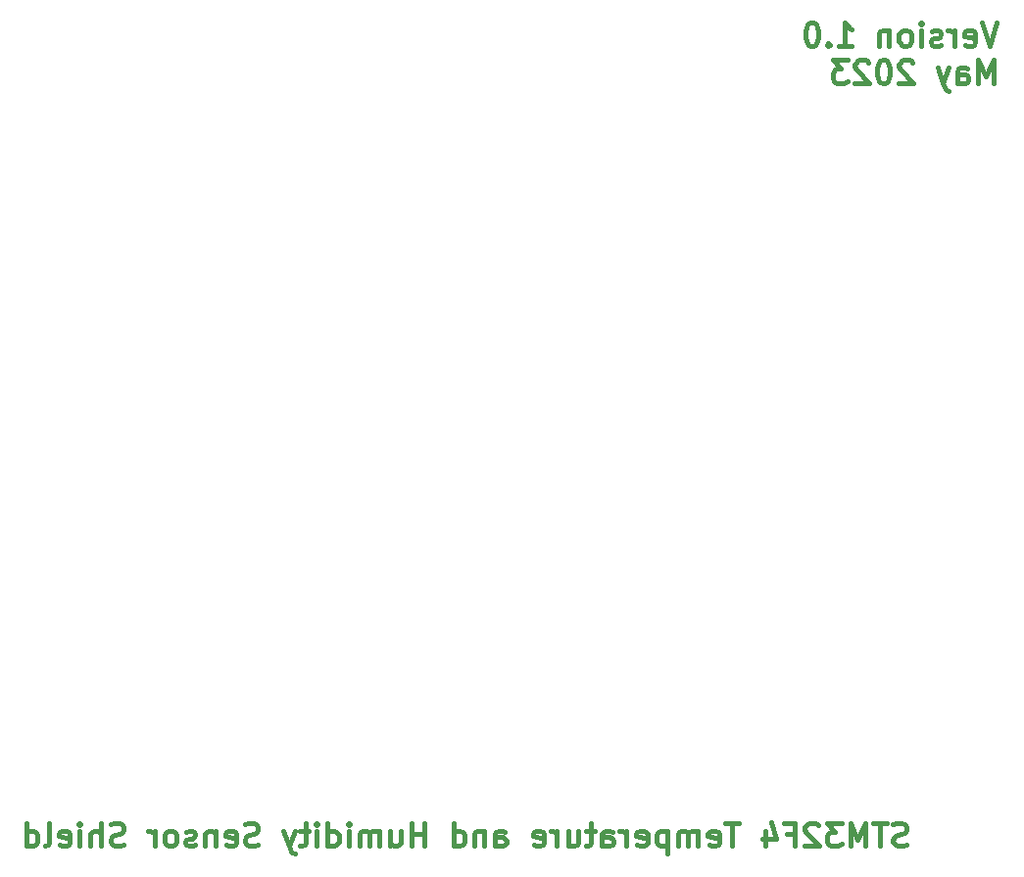
<source format=gbr>
%TF.GenerationSoftware,KiCad,Pcbnew,7.0.1*%
%TF.CreationDate,2023-05-30T20:42:55-06:00*%
%TF.ProjectId,Phase_D_STM_Shield,50686173-655f-4445-9f53-544d5f536869,rev?*%
%TF.SameCoordinates,Original*%
%TF.FileFunction,Legend,Bot*%
%TF.FilePolarity,Positive*%
%FSLAX46Y46*%
G04 Gerber Fmt 4.6, Leading zero omitted, Abs format (unit mm)*
G04 Created by KiCad (PCBNEW 7.0.1) date 2023-05-30 20:42:55*
%MOMM*%
%LPD*%
G01*
G04 APERTURE LIST*
%ADD10C,0.400000*%
G04 APERTURE END LIST*
D10*
X195199047Y-113960000D02*
X194913333Y-114055238D01*
X194913333Y-114055238D02*
X194437142Y-114055238D01*
X194437142Y-114055238D02*
X194246666Y-113960000D01*
X194246666Y-113960000D02*
X194151428Y-113864761D01*
X194151428Y-113864761D02*
X194056190Y-113674285D01*
X194056190Y-113674285D02*
X194056190Y-113483809D01*
X194056190Y-113483809D02*
X194151428Y-113293333D01*
X194151428Y-113293333D02*
X194246666Y-113198095D01*
X194246666Y-113198095D02*
X194437142Y-113102857D01*
X194437142Y-113102857D02*
X194818095Y-113007619D01*
X194818095Y-113007619D02*
X195008571Y-112912380D01*
X195008571Y-112912380D02*
X195103809Y-112817142D01*
X195103809Y-112817142D02*
X195199047Y-112626666D01*
X195199047Y-112626666D02*
X195199047Y-112436190D01*
X195199047Y-112436190D02*
X195103809Y-112245714D01*
X195103809Y-112245714D02*
X195008571Y-112150476D01*
X195008571Y-112150476D02*
X194818095Y-112055238D01*
X194818095Y-112055238D02*
X194341904Y-112055238D01*
X194341904Y-112055238D02*
X194056190Y-112150476D01*
X193484761Y-112055238D02*
X192341904Y-112055238D01*
X192913333Y-114055238D02*
X192913333Y-112055238D01*
X191675237Y-114055238D02*
X191675237Y-112055238D01*
X191675237Y-112055238D02*
X191008570Y-113483809D01*
X191008570Y-113483809D02*
X190341904Y-112055238D01*
X190341904Y-112055238D02*
X190341904Y-114055238D01*
X189579999Y-112055238D02*
X188341904Y-112055238D01*
X188341904Y-112055238D02*
X189008571Y-112817142D01*
X189008571Y-112817142D02*
X188722856Y-112817142D01*
X188722856Y-112817142D02*
X188532380Y-112912380D01*
X188532380Y-112912380D02*
X188437142Y-113007619D01*
X188437142Y-113007619D02*
X188341904Y-113198095D01*
X188341904Y-113198095D02*
X188341904Y-113674285D01*
X188341904Y-113674285D02*
X188437142Y-113864761D01*
X188437142Y-113864761D02*
X188532380Y-113960000D01*
X188532380Y-113960000D02*
X188722856Y-114055238D01*
X188722856Y-114055238D02*
X189294285Y-114055238D01*
X189294285Y-114055238D02*
X189484761Y-113960000D01*
X189484761Y-113960000D02*
X189579999Y-113864761D01*
X187579999Y-112245714D02*
X187484761Y-112150476D01*
X187484761Y-112150476D02*
X187294285Y-112055238D01*
X187294285Y-112055238D02*
X186818094Y-112055238D01*
X186818094Y-112055238D02*
X186627618Y-112150476D01*
X186627618Y-112150476D02*
X186532380Y-112245714D01*
X186532380Y-112245714D02*
X186437142Y-112436190D01*
X186437142Y-112436190D02*
X186437142Y-112626666D01*
X186437142Y-112626666D02*
X186532380Y-112912380D01*
X186532380Y-112912380D02*
X187675237Y-114055238D01*
X187675237Y-114055238D02*
X186437142Y-114055238D01*
X184913332Y-113007619D02*
X185579999Y-113007619D01*
X185579999Y-114055238D02*
X185579999Y-112055238D01*
X185579999Y-112055238D02*
X184627618Y-112055238D01*
X183008570Y-112721904D02*
X183008570Y-114055238D01*
X183484761Y-111960000D02*
X183960951Y-113388571D01*
X183960951Y-113388571D02*
X182722856Y-113388571D01*
X180722855Y-112055238D02*
X179579998Y-112055238D01*
X180151427Y-114055238D02*
X180151427Y-112055238D01*
X178151426Y-113960000D02*
X178341902Y-114055238D01*
X178341902Y-114055238D02*
X178722855Y-114055238D01*
X178722855Y-114055238D02*
X178913331Y-113960000D01*
X178913331Y-113960000D02*
X179008569Y-113769523D01*
X179008569Y-113769523D02*
X179008569Y-113007619D01*
X179008569Y-113007619D02*
X178913331Y-112817142D01*
X178913331Y-112817142D02*
X178722855Y-112721904D01*
X178722855Y-112721904D02*
X178341902Y-112721904D01*
X178341902Y-112721904D02*
X178151426Y-112817142D01*
X178151426Y-112817142D02*
X178056188Y-113007619D01*
X178056188Y-113007619D02*
X178056188Y-113198095D01*
X178056188Y-113198095D02*
X179008569Y-113388571D01*
X177199045Y-114055238D02*
X177199045Y-112721904D01*
X177199045Y-112912380D02*
X177103807Y-112817142D01*
X177103807Y-112817142D02*
X176913331Y-112721904D01*
X176913331Y-112721904D02*
X176627616Y-112721904D01*
X176627616Y-112721904D02*
X176437140Y-112817142D01*
X176437140Y-112817142D02*
X176341902Y-113007619D01*
X176341902Y-113007619D02*
X176341902Y-114055238D01*
X176341902Y-113007619D02*
X176246664Y-112817142D01*
X176246664Y-112817142D02*
X176056188Y-112721904D01*
X176056188Y-112721904D02*
X175770474Y-112721904D01*
X175770474Y-112721904D02*
X175579997Y-112817142D01*
X175579997Y-112817142D02*
X175484759Y-113007619D01*
X175484759Y-113007619D02*
X175484759Y-114055238D01*
X174532378Y-112721904D02*
X174532378Y-114721904D01*
X174532378Y-112817142D02*
X174341902Y-112721904D01*
X174341902Y-112721904D02*
X173960949Y-112721904D01*
X173960949Y-112721904D02*
X173770473Y-112817142D01*
X173770473Y-112817142D02*
X173675235Y-112912380D01*
X173675235Y-112912380D02*
X173579997Y-113102857D01*
X173579997Y-113102857D02*
X173579997Y-113674285D01*
X173579997Y-113674285D02*
X173675235Y-113864761D01*
X173675235Y-113864761D02*
X173770473Y-113960000D01*
X173770473Y-113960000D02*
X173960949Y-114055238D01*
X173960949Y-114055238D02*
X174341902Y-114055238D01*
X174341902Y-114055238D02*
X174532378Y-113960000D01*
X171960949Y-113960000D02*
X172151425Y-114055238D01*
X172151425Y-114055238D02*
X172532378Y-114055238D01*
X172532378Y-114055238D02*
X172722854Y-113960000D01*
X172722854Y-113960000D02*
X172818092Y-113769523D01*
X172818092Y-113769523D02*
X172818092Y-113007619D01*
X172818092Y-113007619D02*
X172722854Y-112817142D01*
X172722854Y-112817142D02*
X172532378Y-112721904D01*
X172532378Y-112721904D02*
X172151425Y-112721904D01*
X172151425Y-112721904D02*
X171960949Y-112817142D01*
X171960949Y-112817142D02*
X171865711Y-113007619D01*
X171865711Y-113007619D02*
X171865711Y-113198095D01*
X171865711Y-113198095D02*
X172818092Y-113388571D01*
X171008568Y-114055238D02*
X171008568Y-112721904D01*
X171008568Y-113102857D02*
X170913330Y-112912380D01*
X170913330Y-112912380D02*
X170818092Y-112817142D01*
X170818092Y-112817142D02*
X170627616Y-112721904D01*
X170627616Y-112721904D02*
X170437139Y-112721904D01*
X168913330Y-114055238D02*
X168913330Y-113007619D01*
X168913330Y-113007619D02*
X169008568Y-112817142D01*
X169008568Y-112817142D02*
X169199044Y-112721904D01*
X169199044Y-112721904D02*
X169579997Y-112721904D01*
X169579997Y-112721904D02*
X169770473Y-112817142D01*
X168913330Y-113960000D02*
X169103806Y-114055238D01*
X169103806Y-114055238D02*
X169579997Y-114055238D01*
X169579997Y-114055238D02*
X169770473Y-113960000D01*
X169770473Y-113960000D02*
X169865711Y-113769523D01*
X169865711Y-113769523D02*
X169865711Y-113579047D01*
X169865711Y-113579047D02*
X169770473Y-113388571D01*
X169770473Y-113388571D02*
X169579997Y-113293333D01*
X169579997Y-113293333D02*
X169103806Y-113293333D01*
X169103806Y-113293333D02*
X168913330Y-113198095D01*
X168246663Y-112721904D02*
X167484759Y-112721904D01*
X167960949Y-112055238D02*
X167960949Y-113769523D01*
X167960949Y-113769523D02*
X167865711Y-113960000D01*
X167865711Y-113960000D02*
X167675235Y-114055238D01*
X167675235Y-114055238D02*
X167484759Y-114055238D01*
X165960949Y-112721904D02*
X165960949Y-114055238D01*
X166818092Y-112721904D02*
X166818092Y-113769523D01*
X166818092Y-113769523D02*
X166722854Y-113960000D01*
X166722854Y-113960000D02*
X166532378Y-114055238D01*
X166532378Y-114055238D02*
X166246663Y-114055238D01*
X166246663Y-114055238D02*
X166056187Y-113960000D01*
X166056187Y-113960000D02*
X165960949Y-113864761D01*
X165008568Y-114055238D02*
X165008568Y-112721904D01*
X165008568Y-113102857D02*
X164913330Y-112912380D01*
X164913330Y-112912380D02*
X164818092Y-112817142D01*
X164818092Y-112817142D02*
X164627616Y-112721904D01*
X164627616Y-112721904D02*
X164437139Y-112721904D01*
X163008568Y-113960000D02*
X163199044Y-114055238D01*
X163199044Y-114055238D02*
X163579997Y-114055238D01*
X163579997Y-114055238D02*
X163770473Y-113960000D01*
X163770473Y-113960000D02*
X163865711Y-113769523D01*
X163865711Y-113769523D02*
X163865711Y-113007619D01*
X163865711Y-113007619D02*
X163770473Y-112817142D01*
X163770473Y-112817142D02*
X163579997Y-112721904D01*
X163579997Y-112721904D02*
X163199044Y-112721904D01*
X163199044Y-112721904D02*
X163008568Y-112817142D01*
X163008568Y-112817142D02*
X162913330Y-113007619D01*
X162913330Y-113007619D02*
X162913330Y-113198095D01*
X162913330Y-113198095D02*
X163865711Y-113388571D01*
X159675234Y-114055238D02*
X159675234Y-113007619D01*
X159675234Y-113007619D02*
X159770472Y-112817142D01*
X159770472Y-112817142D02*
X159960948Y-112721904D01*
X159960948Y-112721904D02*
X160341901Y-112721904D01*
X160341901Y-112721904D02*
X160532377Y-112817142D01*
X159675234Y-113960000D02*
X159865710Y-114055238D01*
X159865710Y-114055238D02*
X160341901Y-114055238D01*
X160341901Y-114055238D02*
X160532377Y-113960000D01*
X160532377Y-113960000D02*
X160627615Y-113769523D01*
X160627615Y-113769523D02*
X160627615Y-113579047D01*
X160627615Y-113579047D02*
X160532377Y-113388571D01*
X160532377Y-113388571D02*
X160341901Y-113293333D01*
X160341901Y-113293333D02*
X159865710Y-113293333D01*
X159865710Y-113293333D02*
X159675234Y-113198095D01*
X158722853Y-112721904D02*
X158722853Y-114055238D01*
X158722853Y-112912380D02*
X158627615Y-112817142D01*
X158627615Y-112817142D02*
X158437139Y-112721904D01*
X158437139Y-112721904D02*
X158151424Y-112721904D01*
X158151424Y-112721904D02*
X157960948Y-112817142D01*
X157960948Y-112817142D02*
X157865710Y-113007619D01*
X157865710Y-113007619D02*
X157865710Y-114055238D01*
X156056186Y-114055238D02*
X156056186Y-112055238D01*
X156056186Y-113960000D02*
X156246662Y-114055238D01*
X156246662Y-114055238D02*
X156627615Y-114055238D01*
X156627615Y-114055238D02*
X156818091Y-113960000D01*
X156818091Y-113960000D02*
X156913329Y-113864761D01*
X156913329Y-113864761D02*
X157008567Y-113674285D01*
X157008567Y-113674285D02*
X157008567Y-113102857D01*
X157008567Y-113102857D02*
X156913329Y-112912380D01*
X156913329Y-112912380D02*
X156818091Y-112817142D01*
X156818091Y-112817142D02*
X156627615Y-112721904D01*
X156627615Y-112721904D02*
X156246662Y-112721904D01*
X156246662Y-112721904D02*
X156056186Y-112817142D01*
X153579995Y-114055238D02*
X153579995Y-112055238D01*
X153579995Y-113007619D02*
X152437138Y-113007619D01*
X152437138Y-114055238D02*
X152437138Y-112055238D01*
X150627614Y-112721904D02*
X150627614Y-114055238D01*
X151484757Y-112721904D02*
X151484757Y-113769523D01*
X151484757Y-113769523D02*
X151389519Y-113960000D01*
X151389519Y-113960000D02*
X151199043Y-114055238D01*
X151199043Y-114055238D02*
X150913328Y-114055238D01*
X150913328Y-114055238D02*
X150722852Y-113960000D01*
X150722852Y-113960000D02*
X150627614Y-113864761D01*
X149675233Y-114055238D02*
X149675233Y-112721904D01*
X149675233Y-112912380D02*
X149579995Y-112817142D01*
X149579995Y-112817142D02*
X149389519Y-112721904D01*
X149389519Y-112721904D02*
X149103804Y-112721904D01*
X149103804Y-112721904D02*
X148913328Y-112817142D01*
X148913328Y-112817142D02*
X148818090Y-113007619D01*
X148818090Y-113007619D02*
X148818090Y-114055238D01*
X148818090Y-113007619D02*
X148722852Y-112817142D01*
X148722852Y-112817142D02*
X148532376Y-112721904D01*
X148532376Y-112721904D02*
X148246662Y-112721904D01*
X148246662Y-112721904D02*
X148056185Y-112817142D01*
X148056185Y-112817142D02*
X147960947Y-113007619D01*
X147960947Y-113007619D02*
X147960947Y-114055238D01*
X147008566Y-114055238D02*
X147008566Y-112721904D01*
X147008566Y-112055238D02*
X147103804Y-112150476D01*
X147103804Y-112150476D02*
X147008566Y-112245714D01*
X147008566Y-112245714D02*
X146913328Y-112150476D01*
X146913328Y-112150476D02*
X147008566Y-112055238D01*
X147008566Y-112055238D02*
X147008566Y-112245714D01*
X145199042Y-114055238D02*
X145199042Y-112055238D01*
X145199042Y-113960000D02*
X145389518Y-114055238D01*
X145389518Y-114055238D02*
X145770471Y-114055238D01*
X145770471Y-114055238D02*
X145960947Y-113960000D01*
X145960947Y-113960000D02*
X146056185Y-113864761D01*
X146056185Y-113864761D02*
X146151423Y-113674285D01*
X146151423Y-113674285D02*
X146151423Y-113102857D01*
X146151423Y-113102857D02*
X146056185Y-112912380D01*
X146056185Y-112912380D02*
X145960947Y-112817142D01*
X145960947Y-112817142D02*
X145770471Y-112721904D01*
X145770471Y-112721904D02*
X145389518Y-112721904D01*
X145389518Y-112721904D02*
X145199042Y-112817142D01*
X144246661Y-114055238D02*
X144246661Y-112721904D01*
X144246661Y-112055238D02*
X144341899Y-112150476D01*
X144341899Y-112150476D02*
X144246661Y-112245714D01*
X144246661Y-112245714D02*
X144151423Y-112150476D01*
X144151423Y-112150476D02*
X144246661Y-112055238D01*
X144246661Y-112055238D02*
X144246661Y-112245714D01*
X143579994Y-112721904D02*
X142818090Y-112721904D01*
X143294280Y-112055238D02*
X143294280Y-113769523D01*
X143294280Y-113769523D02*
X143199042Y-113960000D01*
X143199042Y-113960000D02*
X143008566Y-114055238D01*
X143008566Y-114055238D02*
X142818090Y-114055238D01*
X142341899Y-112721904D02*
X141865709Y-114055238D01*
X141389518Y-112721904D02*
X141865709Y-114055238D01*
X141865709Y-114055238D02*
X142056185Y-114531428D01*
X142056185Y-114531428D02*
X142151423Y-114626666D01*
X142151423Y-114626666D02*
X142341899Y-114721904D01*
X139199041Y-113960000D02*
X138913327Y-114055238D01*
X138913327Y-114055238D02*
X138437136Y-114055238D01*
X138437136Y-114055238D02*
X138246660Y-113960000D01*
X138246660Y-113960000D02*
X138151422Y-113864761D01*
X138151422Y-113864761D02*
X138056184Y-113674285D01*
X138056184Y-113674285D02*
X138056184Y-113483809D01*
X138056184Y-113483809D02*
X138151422Y-113293333D01*
X138151422Y-113293333D02*
X138246660Y-113198095D01*
X138246660Y-113198095D02*
X138437136Y-113102857D01*
X138437136Y-113102857D02*
X138818089Y-113007619D01*
X138818089Y-113007619D02*
X139008565Y-112912380D01*
X139008565Y-112912380D02*
X139103803Y-112817142D01*
X139103803Y-112817142D02*
X139199041Y-112626666D01*
X139199041Y-112626666D02*
X139199041Y-112436190D01*
X139199041Y-112436190D02*
X139103803Y-112245714D01*
X139103803Y-112245714D02*
X139008565Y-112150476D01*
X139008565Y-112150476D02*
X138818089Y-112055238D01*
X138818089Y-112055238D02*
X138341898Y-112055238D01*
X138341898Y-112055238D02*
X138056184Y-112150476D01*
X136437136Y-113960000D02*
X136627612Y-114055238D01*
X136627612Y-114055238D02*
X137008565Y-114055238D01*
X137008565Y-114055238D02*
X137199041Y-113960000D01*
X137199041Y-113960000D02*
X137294279Y-113769523D01*
X137294279Y-113769523D02*
X137294279Y-113007619D01*
X137294279Y-113007619D02*
X137199041Y-112817142D01*
X137199041Y-112817142D02*
X137008565Y-112721904D01*
X137008565Y-112721904D02*
X136627612Y-112721904D01*
X136627612Y-112721904D02*
X136437136Y-112817142D01*
X136437136Y-112817142D02*
X136341898Y-113007619D01*
X136341898Y-113007619D02*
X136341898Y-113198095D01*
X136341898Y-113198095D02*
X137294279Y-113388571D01*
X135484755Y-112721904D02*
X135484755Y-114055238D01*
X135484755Y-112912380D02*
X135389517Y-112817142D01*
X135389517Y-112817142D02*
X135199041Y-112721904D01*
X135199041Y-112721904D02*
X134913326Y-112721904D01*
X134913326Y-112721904D02*
X134722850Y-112817142D01*
X134722850Y-112817142D02*
X134627612Y-113007619D01*
X134627612Y-113007619D02*
X134627612Y-114055238D01*
X133770469Y-113960000D02*
X133579993Y-114055238D01*
X133579993Y-114055238D02*
X133199041Y-114055238D01*
X133199041Y-114055238D02*
X133008564Y-113960000D01*
X133008564Y-113960000D02*
X132913326Y-113769523D01*
X132913326Y-113769523D02*
X132913326Y-113674285D01*
X132913326Y-113674285D02*
X133008564Y-113483809D01*
X133008564Y-113483809D02*
X133199041Y-113388571D01*
X133199041Y-113388571D02*
X133484755Y-113388571D01*
X133484755Y-113388571D02*
X133675231Y-113293333D01*
X133675231Y-113293333D02*
X133770469Y-113102857D01*
X133770469Y-113102857D02*
X133770469Y-113007619D01*
X133770469Y-113007619D02*
X133675231Y-112817142D01*
X133675231Y-112817142D02*
X133484755Y-112721904D01*
X133484755Y-112721904D02*
X133199041Y-112721904D01*
X133199041Y-112721904D02*
X133008564Y-112817142D01*
X131770469Y-114055238D02*
X131960945Y-113960000D01*
X131960945Y-113960000D02*
X132056183Y-113864761D01*
X132056183Y-113864761D02*
X132151421Y-113674285D01*
X132151421Y-113674285D02*
X132151421Y-113102857D01*
X132151421Y-113102857D02*
X132056183Y-112912380D01*
X132056183Y-112912380D02*
X131960945Y-112817142D01*
X131960945Y-112817142D02*
X131770469Y-112721904D01*
X131770469Y-112721904D02*
X131484754Y-112721904D01*
X131484754Y-112721904D02*
X131294278Y-112817142D01*
X131294278Y-112817142D02*
X131199040Y-112912380D01*
X131199040Y-112912380D02*
X131103802Y-113102857D01*
X131103802Y-113102857D02*
X131103802Y-113674285D01*
X131103802Y-113674285D02*
X131199040Y-113864761D01*
X131199040Y-113864761D02*
X131294278Y-113960000D01*
X131294278Y-113960000D02*
X131484754Y-114055238D01*
X131484754Y-114055238D02*
X131770469Y-114055238D01*
X130246659Y-114055238D02*
X130246659Y-112721904D01*
X130246659Y-113102857D02*
X130151421Y-112912380D01*
X130151421Y-112912380D02*
X130056183Y-112817142D01*
X130056183Y-112817142D02*
X129865707Y-112721904D01*
X129865707Y-112721904D02*
X129675230Y-112721904D01*
X127579992Y-113960000D02*
X127294278Y-114055238D01*
X127294278Y-114055238D02*
X126818087Y-114055238D01*
X126818087Y-114055238D02*
X126627611Y-113960000D01*
X126627611Y-113960000D02*
X126532373Y-113864761D01*
X126532373Y-113864761D02*
X126437135Y-113674285D01*
X126437135Y-113674285D02*
X126437135Y-113483809D01*
X126437135Y-113483809D02*
X126532373Y-113293333D01*
X126532373Y-113293333D02*
X126627611Y-113198095D01*
X126627611Y-113198095D02*
X126818087Y-113102857D01*
X126818087Y-113102857D02*
X127199040Y-113007619D01*
X127199040Y-113007619D02*
X127389516Y-112912380D01*
X127389516Y-112912380D02*
X127484754Y-112817142D01*
X127484754Y-112817142D02*
X127579992Y-112626666D01*
X127579992Y-112626666D02*
X127579992Y-112436190D01*
X127579992Y-112436190D02*
X127484754Y-112245714D01*
X127484754Y-112245714D02*
X127389516Y-112150476D01*
X127389516Y-112150476D02*
X127199040Y-112055238D01*
X127199040Y-112055238D02*
X126722849Y-112055238D01*
X126722849Y-112055238D02*
X126437135Y-112150476D01*
X125579992Y-114055238D02*
X125579992Y-112055238D01*
X124722849Y-114055238D02*
X124722849Y-113007619D01*
X124722849Y-113007619D02*
X124818087Y-112817142D01*
X124818087Y-112817142D02*
X125008563Y-112721904D01*
X125008563Y-112721904D02*
X125294278Y-112721904D01*
X125294278Y-112721904D02*
X125484754Y-112817142D01*
X125484754Y-112817142D02*
X125579992Y-112912380D01*
X123770468Y-114055238D02*
X123770468Y-112721904D01*
X123770468Y-112055238D02*
X123865706Y-112150476D01*
X123865706Y-112150476D02*
X123770468Y-112245714D01*
X123770468Y-112245714D02*
X123675230Y-112150476D01*
X123675230Y-112150476D02*
X123770468Y-112055238D01*
X123770468Y-112055238D02*
X123770468Y-112245714D01*
X122056182Y-113960000D02*
X122246658Y-114055238D01*
X122246658Y-114055238D02*
X122627611Y-114055238D01*
X122627611Y-114055238D02*
X122818087Y-113960000D01*
X122818087Y-113960000D02*
X122913325Y-113769523D01*
X122913325Y-113769523D02*
X122913325Y-113007619D01*
X122913325Y-113007619D02*
X122818087Y-112817142D01*
X122818087Y-112817142D02*
X122627611Y-112721904D01*
X122627611Y-112721904D02*
X122246658Y-112721904D01*
X122246658Y-112721904D02*
X122056182Y-112817142D01*
X122056182Y-112817142D02*
X121960944Y-113007619D01*
X121960944Y-113007619D02*
X121960944Y-113198095D01*
X121960944Y-113198095D02*
X122913325Y-113388571D01*
X120818087Y-114055238D02*
X121008563Y-113960000D01*
X121008563Y-113960000D02*
X121103801Y-113769523D01*
X121103801Y-113769523D02*
X121103801Y-112055238D01*
X119199039Y-114055238D02*
X119199039Y-112055238D01*
X119199039Y-113960000D02*
X119389515Y-114055238D01*
X119389515Y-114055238D02*
X119770468Y-114055238D01*
X119770468Y-114055238D02*
X119960944Y-113960000D01*
X119960944Y-113960000D02*
X120056182Y-113864761D01*
X120056182Y-113864761D02*
X120151420Y-113674285D01*
X120151420Y-113674285D02*
X120151420Y-113102857D01*
X120151420Y-113102857D02*
X120056182Y-112912380D01*
X120056182Y-112912380D02*
X119960944Y-112817142D01*
X119960944Y-112817142D02*
X119770468Y-112721904D01*
X119770468Y-112721904D02*
X119389515Y-112721904D01*
X119389515Y-112721904D02*
X119199039Y-112817142D01*
X203040323Y-42821438D02*
X202373657Y-44821438D01*
X202373657Y-44821438D02*
X201706990Y-42821438D01*
X200278418Y-44726200D02*
X200468894Y-44821438D01*
X200468894Y-44821438D02*
X200849847Y-44821438D01*
X200849847Y-44821438D02*
X201040323Y-44726200D01*
X201040323Y-44726200D02*
X201135561Y-44535723D01*
X201135561Y-44535723D02*
X201135561Y-43773819D01*
X201135561Y-43773819D02*
X201040323Y-43583342D01*
X201040323Y-43583342D02*
X200849847Y-43488104D01*
X200849847Y-43488104D02*
X200468894Y-43488104D01*
X200468894Y-43488104D02*
X200278418Y-43583342D01*
X200278418Y-43583342D02*
X200183180Y-43773819D01*
X200183180Y-43773819D02*
X200183180Y-43964295D01*
X200183180Y-43964295D02*
X201135561Y-44154771D01*
X199326037Y-44821438D02*
X199326037Y-43488104D01*
X199326037Y-43869057D02*
X199230799Y-43678580D01*
X199230799Y-43678580D02*
X199135561Y-43583342D01*
X199135561Y-43583342D02*
X198945085Y-43488104D01*
X198945085Y-43488104D02*
X198754608Y-43488104D01*
X198183180Y-44726200D02*
X197992704Y-44821438D01*
X197992704Y-44821438D02*
X197611752Y-44821438D01*
X197611752Y-44821438D02*
X197421275Y-44726200D01*
X197421275Y-44726200D02*
X197326037Y-44535723D01*
X197326037Y-44535723D02*
X197326037Y-44440485D01*
X197326037Y-44440485D02*
X197421275Y-44250009D01*
X197421275Y-44250009D02*
X197611752Y-44154771D01*
X197611752Y-44154771D02*
X197897466Y-44154771D01*
X197897466Y-44154771D02*
X198087942Y-44059533D01*
X198087942Y-44059533D02*
X198183180Y-43869057D01*
X198183180Y-43869057D02*
X198183180Y-43773819D01*
X198183180Y-43773819D02*
X198087942Y-43583342D01*
X198087942Y-43583342D02*
X197897466Y-43488104D01*
X197897466Y-43488104D02*
X197611752Y-43488104D01*
X197611752Y-43488104D02*
X197421275Y-43583342D01*
X196468894Y-44821438D02*
X196468894Y-43488104D01*
X196468894Y-42821438D02*
X196564132Y-42916676D01*
X196564132Y-42916676D02*
X196468894Y-43011914D01*
X196468894Y-43011914D02*
X196373656Y-42916676D01*
X196373656Y-42916676D02*
X196468894Y-42821438D01*
X196468894Y-42821438D02*
X196468894Y-43011914D01*
X195230799Y-44821438D02*
X195421275Y-44726200D01*
X195421275Y-44726200D02*
X195516513Y-44630961D01*
X195516513Y-44630961D02*
X195611751Y-44440485D01*
X195611751Y-44440485D02*
X195611751Y-43869057D01*
X195611751Y-43869057D02*
X195516513Y-43678580D01*
X195516513Y-43678580D02*
X195421275Y-43583342D01*
X195421275Y-43583342D02*
X195230799Y-43488104D01*
X195230799Y-43488104D02*
X194945084Y-43488104D01*
X194945084Y-43488104D02*
X194754608Y-43583342D01*
X194754608Y-43583342D02*
X194659370Y-43678580D01*
X194659370Y-43678580D02*
X194564132Y-43869057D01*
X194564132Y-43869057D02*
X194564132Y-44440485D01*
X194564132Y-44440485D02*
X194659370Y-44630961D01*
X194659370Y-44630961D02*
X194754608Y-44726200D01*
X194754608Y-44726200D02*
X194945084Y-44821438D01*
X194945084Y-44821438D02*
X195230799Y-44821438D01*
X193706989Y-43488104D02*
X193706989Y-44821438D01*
X193706989Y-43678580D02*
X193611751Y-43583342D01*
X193611751Y-43583342D02*
X193421275Y-43488104D01*
X193421275Y-43488104D02*
X193135560Y-43488104D01*
X193135560Y-43488104D02*
X192945084Y-43583342D01*
X192945084Y-43583342D02*
X192849846Y-43773819D01*
X192849846Y-43773819D02*
X192849846Y-44821438D01*
X189326036Y-44821438D02*
X190468893Y-44821438D01*
X189897465Y-44821438D02*
X189897465Y-42821438D01*
X189897465Y-42821438D02*
X190087941Y-43107152D01*
X190087941Y-43107152D02*
X190278417Y-43297628D01*
X190278417Y-43297628D02*
X190468893Y-43392866D01*
X188468893Y-44630961D02*
X188373655Y-44726200D01*
X188373655Y-44726200D02*
X188468893Y-44821438D01*
X188468893Y-44821438D02*
X188564131Y-44726200D01*
X188564131Y-44726200D02*
X188468893Y-44630961D01*
X188468893Y-44630961D02*
X188468893Y-44821438D01*
X187135560Y-42821438D02*
X186945083Y-42821438D01*
X186945083Y-42821438D02*
X186754607Y-42916676D01*
X186754607Y-42916676D02*
X186659369Y-43011914D01*
X186659369Y-43011914D02*
X186564131Y-43202390D01*
X186564131Y-43202390D02*
X186468893Y-43583342D01*
X186468893Y-43583342D02*
X186468893Y-44059533D01*
X186468893Y-44059533D02*
X186564131Y-44440485D01*
X186564131Y-44440485D02*
X186659369Y-44630961D01*
X186659369Y-44630961D02*
X186754607Y-44726200D01*
X186754607Y-44726200D02*
X186945083Y-44821438D01*
X186945083Y-44821438D02*
X187135560Y-44821438D01*
X187135560Y-44821438D02*
X187326036Y-44726200D01*
X187326036Y-44726200D02*
X187421274Y-44630961D01*
X187421274Y-44630961D02*
X187516512Y-44440485D01*
X187516512Y-44440485D02*
X187611750Y-44059533D01*
X187611750Y-44059533D02*
X187611750Y-43583342D01*
X187611750Y-43583342D02*
X187516512Y-43202390D01*
X187516512Y-43202390D02*
X187421274Y-43011914D01*
X187421274Y-43011914D02*
X187326036Y-42916676D01*
X187326036Y-42916676D02*
X187135560Y-42821438D01*
X202754609Y-48061438D02*
X202754609Y-46061438D01*
X202754609Y-46061438D02*
X202087942Y-47490009D01*
X202087942Y-47490009D02*
X201421276Y-46061438D01*
X201421276Y-46061438D02*
X201421276Y-48061438D01*
X199611752Y-48061438D02*
X199611752Y-47013819D01*
X199611752Y-47013819D02*
X199706990Y-46823342D01*
X199706990Y-46823342D02*
X199897466Y-46728104D01*
X199897466Y-46728104D02*
X200278419Y-46728104D01*
X200278419Y-46728104D02*
X200468895Y-46823342D01*
X199611752Y-47966200D02*
X199802228Y-48061438D01*
X199802228Y-48061438D02*
X200278419Y-48061438D01*
X200278419Y-48061438D02*
X200468895Y-47966200D01*
X200468895Y-47966200D02*
X200564133Y-47775723D01*
X200564133Y-47775723D02*
X200564133Y-47585247D01*
X200564133Y-47585247D02*
X200468895Y-47394771D01*
X200468895Y-47394771D02*
X200278419Y-47299533D01*
X200278419Y-47299533D02*
X199802228Y-47299533D01*
X199802228Y-47299533D02*
X199611752Y-47204295D01*
X198849847Y-46728104D02*
X198373657Y-48061438D01*
X197897466Y-46728104D02*
X198373657Y-48061438D01*
X198373657Y-48061438D02*
X198564133Y-48537628D01*
X198564133Y-48537628D02*
X198659371Y-48632866D01*
X198659371Y-48632866D02*
X198849847Y-48728104D01*
X195706989Y-46251914D02*
X195611751Y-46156676D01*
X195611751Y-46156676D02*
X195421275Y-46061438D01*
X195421275Y-46061438D02*
X194945084Y-46061438D01*
X194945084Y-46061438D02*
X194754608Y-46156676D01*
X194754608Y-46156676D02*
X194659370Y-46251914D01*
X194659370Y-46251914D02*
X194564132Y-46442390D01*
X194564132Y-46442390D02*
X194564132Y-46632866D01*
X194564132Y-46632866D02*
X194659370Y-46918580D01*
X194659370Y-46918580D02*
X195802227Y-48061438D01*
X195802227Y-48061438D02*
X194564132Y-48061438D01*
X193326037Y-46061438D02*
X193135560Y-46061438D01*
X193135560Y-46061438D02*
X192945084Y-46156676D01*
X192945084Y-46156676D02*
X192849846Y-46251914D01*
X192849846Y-46251914D02*
X192754608Y-46442390D01*
X192754608Y-46442390D02*
X192659370Y-46823342D01*
X192659370Y-46823342D02*
X192659370Y-47299533D01*
X192659370Y-47299533D02*
X192754608Y-47680485D01*
X192754608Y-47680485D02*
X192849846Y-47870961D01*
X192849846Y-47870961D02*
X192945084Y-47966200D01*
X192945084Y-47966200D02*
X193135560Y-48061438D01*
X193135560Y-48061438D02*
X193326037Y-48061438D01*
X193326037Y-48061438D02*
X193516513Y-47966200D01*
X193516513Y-47966200D02*
X193611751Y-47870961D01*
X193611751Y-47870961D02*
X193706989Y-47680485D01*
X193706989Y-47680485D02*
X193802227Y-47299533D01*
X193802227Y-47299533D02*
X193802227Y-46823342D01*
X193802227Y-46823342D02*
X193706989Y-46442390D01*
X193706989Y-46442390D02*
X193611751Y-46251914D01*
X193611751Y-46251914D02*
X193516513Y-46156676D01*
X193516513Y-46156676D02*
X193326037Y-46061438D01*
X191897465Y-46251914D02*
X191802227Y-46156676D01*
X191802227Y-46156676D02*
X191611751Y-46061438D01*
X191611751Y-46061438D02*
X191135560Y-46061438D01*
X191135560Y-46061438D02*
X190945084Y-46156676D01*
X190945084Y-46156676D02*
X190849846Y-46251914D01*
X190849846Y-46251914D02*
X190754608Y-46442390D01*
X190754608Y-46442390D02*
X190754608Y-46632866D01*
X190754608Y-46632866D02*
X190849846Y-46918580D01*
X190849846Y-46918580D02*
X191992703Y-48061438D01*
X191992703Y-48061438D02*
X190754608Y-48061438D01*
X190087941Y-46061438D02*
X188849846Y-46061438D01*
X188849846Y-46061438D02*
X189516513Y-46823342D01*
X189516513Y-46823342D02*
X189230798Y-46823342D01*
X189230798Y-46823342D02*
X189040322Y-46918580D01*
X189040322Y-46918580D02*
X188945084Y-47013819D01*
X188945084Y-47013819D02*
X188849846Y-47204295D01*
X188849846Y-47204295D02*
X188849846Y-47680485D01*
X188849846Y-47680485D02*
X188945084Y-47870961D01*
X188945084Y-47870961D02*
X189040322Y-47966200D01*
X189040322Y-47966200D02*
X189230798Y-48061438D01*
X189230798Y-48061438D02*
X189802227Y-48061438D01*
X189802227Y-48061438D02*
X189992703Y-47966200D01*
X189992703Y-47966200D02*
X190087941Y-47870961D01*
M02*

</source>
